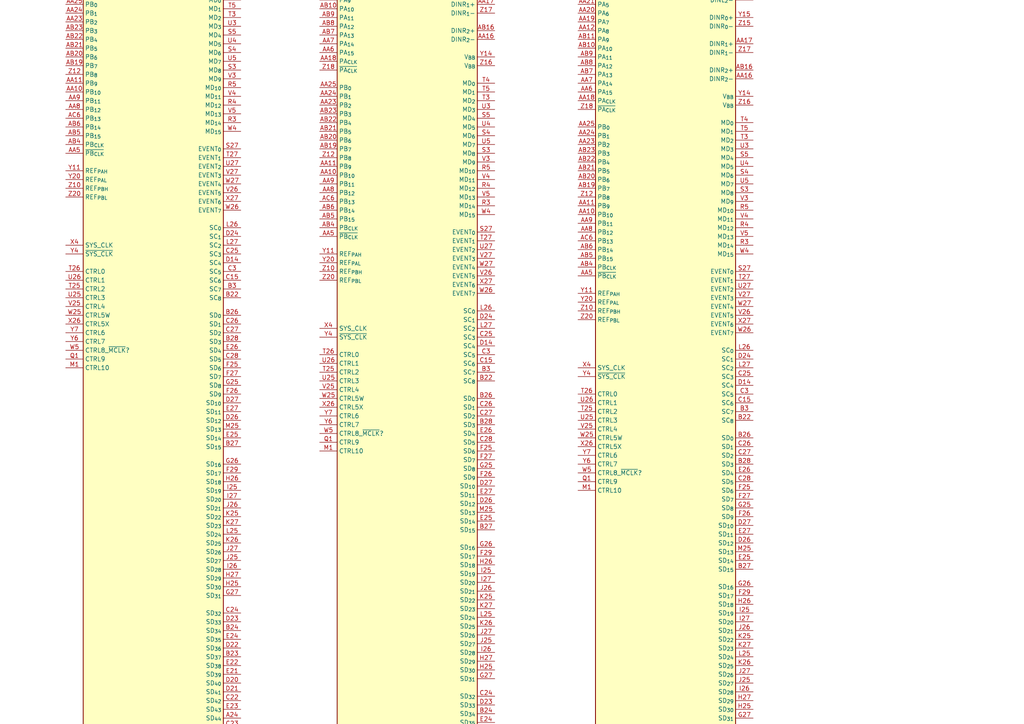
<source format=kicad_sch>
(kicad_sch (version 20250114) (generator "eeschema") (generator_version "9.0")
  (paper "A4")
  (lib_symbols
    (symbol "16717a:HP1821-3936"
      (property "Reference" "U" (at -0.254 217.678 0))
      (property "Value" "1821-3936" (at 0 135.382 0))
      (symbol "HP1821-3936_1_1"
        (rectangle (start -20.32 215.9) (end 20.32 -426.72) (stroke (width 0.254)) (fill (type background)))
        (pin no_connect line (at -109.22 -281.94 0) (length 5.08) (hide yes) (name "") (number "AC17"))
        (pin no_connect line (at -109.22 -284.48 0) (length 5.08) (hide yes) (name "") (number "AB15"))
        (pin no_connect line (at -109.22 -287.02 0) (length 5.08) (hide yes) (name "") (number "AC13"))
        (pin no_connect line (at -109.22 -289.56 0) (length 5.08) (hide yes) (name "") (number "C21"))
        (pin no_connect line (at -109.22 -292.1 0) (length 5.08) (hide yes) (name "") (number "Q5"))
        (pin no_connect line (at -109.22 -294.64 0) (length 5.08) (hide yes) (name "") (number "P5"))
        (pin no_connect line (at -109.22 -297.18 0) (length 5.08) (hide yes) (name "") (number "P3"))
        (pin no_connect line (at -109.22 -299.72 0) (length 5.08) (hide yes) (name "") (number "O3"))
        (pin no_connect line (at -109.22 -302.26 0) (length 5.08) (hide yes) (name "") (number "N3"))
        (pin no_connect line (at -90.17 -279.4 0) (length 5.08) (hide yes) (name "") (number "AB18"))
        (pin no_connect line (at -90.17 -281.94 0) (length 5.08) (hide yes) (name "") (number "AB17"))
        (pin no_connect line (at -90.17 -284.48 0) (length 5.08) (hide yes) (name "") (number "AB13"))
        (pin no_connect line (at -90.17 -287.02 0) (length 5.08) (hide yes) (name "") (number "AB12"))
        (pin no_connect line (at -90.17 -289.56 0) (length 5.08) (hide yes) (name "") (number "X1"))
        (pin no_connect line (at -90.17 -292.1 0) (length 5.08) (hide yes) (name "") (number "W3"))
        (pin no_connect line (at -90.17 -294.64 0) (length 5.08) (hide yes) (name "") (number "X3"))
        (pin no_connect line (at -90.17 -297.18 0) (length 5.08) (hide yes) (name "") (number "Y3"))
        (pin no_connect line (at -90.17 -299.72 0) (length 5.08) (hide yes) (name "") (number "Z3"))
        (pin no_connect line (at -90.17 -302.26 0) (length 5.08) (hide yes) (name "") (number "AA3"))
        (pin no_connect line (at -69.85 -256.54 0) (length 5.08) (hide yes) (name "") (number "Y23"))
        (pin no_connect line (at -69.85 -261.62 0) (length 5.08) (hide yes) (name "") (number "Z21"))
        (pin no_connect line (at -69.85 -264.16 0) (length 5.08) (hide yes) (name "") (number "Y21"))
        (pin no_connect line (at -69.85 -266.7 0) (length 5.08) (hide yes) (name "") (number "Y19"))
        (pin no_connect line (at -69.85 -269.24 0) (length 5.08) (hide yes) (name "") (number "Z19"))
        (pin no_connect line (at -69.85 -271.78 0) (length 5.08) (hide yes) (name "") (number "Y13"))
        (pin no_connect line (at -69.85 -274.32 0) (length 5.08) (hide yes) (name "") (number "Y12"))
        (pin no_connect line (at -69.85 -276.86 0) (length 5.08) (hide yes) (name "") (number "Z11"))
        (pin no_connect line (at -69.85 -279.4 0) (length 5.08) (hide yes) (name "") (number "Y10"))
        (pin no_connect line (at -69.85 -281.94 0) (length 5.08) (hide yes) (name "") (number "Z9"))
        (pin no_connect line (at -69.85 -284.48 0) (length 5.08) (hide yes) (name "") (number "Y9"))
        (pin no_connect line (at -69.85 -287.02 0) (length 5.08) (hide yes) (name "") (number "Y8"))
        (pin no_connect line (at -69.85 -289.56 0) (length 5.08) (hide yes) (name "") (number "Z8"))
        (pin no_connect line (at -69.85 -292.1 0) (length 5.08) (hide yes) (name "") (number "Z7"))
        (pin no_connect line (at -69.85 -294.64 0) (length 5.08) (hide yes) (name "") (number "Z6"))
        (pin no_connect line (at -69.85 -297.18 0) (length 5.08) (hide yes) (name "") (number "Z5"))
        (pin no_connect line (at -69.85 -299.72 0) (length 5.08) (hide yes) (name "") (number "Z4"))
        (pin no_connect line (at -69.85 -302.26 0) (length 5.08) (hide yes) (name "") (number "AA4"))
        (pin no_connect line (at -52.07 -269.24 0) (length 5.08) (hide yes) (name "") (number "Y18"))
        (pin no_connect line (at -52.07 -271.78 0) (length 5.08) (hide yes) (name "") (number "Y17"))
        (pin no_connect line (at -52.07 -274.32 0) (length 5.08) (hide yes) (name "") (number "Y16"))
        (pin no_connect line (at -52.07 -276.86 0) (length 5.08) (hide yes) (name "") (number "Y22"))
        (pin passive line (at -25.4 213.36 0) (length 5.08) (name "BA_{0}") (number "D2"))
        (pin passive line (at -25.4 210.82 0) (length 5.08) (name "BA_{1}") (number "E2"))
        (pin passive line (at -25.4 208.28 0) (length 5.08) (name "BA_{2}") (number "F2"))
        (pin passive line (at -25.4 205.74 0) (length 5.08) (name "BA_{3}") (number "G2"))
        (pin passive line (at -25.4 203.2 0) (length 5.08) (name "BA_{4}") (number "H2"))
        (pin passive line (at -25.4 200.66 0) (length 5.08) (name "BA_{5}") (number "I2"))
        (pin passive line (at -25.4 198.12 0) (length 5.08) (name "BA_{6}") (number "J2"))
        (pin passive line (at -25.4 195.58 0) (length 5.08) (name "BA_{7}") (number "K2"))
        (pin passive line (at -25.4 193.04 0) (length 5.08) (name "BA_{8}") (number "L2"))
        (pin passive line (at -25.4 190.5 0) (length 5.08) (name "BA_{9}") (number "M2"))
        (pin passive line (at -25.4 187.96 0) (length 5.08) (name "BA_{10}") (number "N2"))
        (pin passive line (at -25.4 185.42 0) (length 5.08) (name "BA_{11}") (number "O2"))
        (pin passive line (at -25.4 182.88 0) (length 5.08) (name "BA_{12}") (number "P2"))
        (pin passive line (at -25.4 180.34 0) (length 5.08) (name "BA_{13}") (number "Q2"))
        (pin passive line (at -25.4 177.8 0) (length 5.08) (name "BA_{14}") (number "R2"))
        (pin passive line (at -25.4 175.26 0) (length 5.08) (name "BA_{15}") (number "S2"))
        (pin passive line (at -25.4 172.72 0) (length 5.08) (name "BA_{16}") (number "T2"))
        (pin passive line (at -25.4 170.18 0) (length 5.08) (name "BA_{17}") (number "U2"))
        (pin passive line (at -25.4 167.64 0) (length 5.08) (name "BA_{18}") (number "V2"))
        (pin passive line (at -25.4 165.1 0) (length 5.08) (name "BA_{19}") (number "W2"))
        (pin passive line (at -25.4 162.56 0) (length 5.08) (name "BA_{20}") (number "X2"))
        (pin passive line (at -25.4 160.02 0) (length 5.08) (name "BA_{21}") (number "Y2"))
        (pin passive line (at -25.4 157.48 0) (length 5.08) (name "BA_{22}") (number "Z2"))
        (pin passive line (at -25.4 154.94 0) (length 5.08) (name "BA_{23}") (number "AA2"))
        (pin input line (at -25.4 151.13 0) (length 5.08) (name "BA_{VREF}") (number "N5"))
        (pin passive line (at -25.4 148.59 0) (length 5.08) (name "BB_{VREF}") (number "N25"))
        (pin input line (at -25.4 146.05 0) (length 5.08) (name "???") (number "P4"))
        (pin input line (at -25.4 143.51 0) (length 5.08) (name "???") (number "P26"))
        (pin input line (at -25.4 139.7 0) (length 5.08) (name "~{RESET}?") (number "Y5"))
        (pin passive line (at -25.4 137.16 0) (length 5.08) (name "GND?") (number "X5"))
        (pin output line (at -25.4 132.08 0) (length 5.08) (name "???") (number "AA27"))
        (pin passive line (at -25.4 129.54 0) (length 5.08) (name "???") (number "AA26"))
        (pin passive line (at -25.4 127 0) (length 5.08) (name "???") (number "AB27"))
        (pin passive line (at -25.4 113.03 0) (length 5.08) (name "???") (number "Y25"))
        (pin output line (at -25.4 102.87 0) (length 5.08) (name "ZOOM_TRIGGER") (number "X25"))
        (pin input line (at -25.4 97.79 0) (length 5.08) (name "PA_{0}") (number "AB26"))
        (pin input line (at -25.4 95.25 0) (length 5.08) (name "PA_{1}") (number "AB25"))
        (pin input line (at -25.4 92.71 0) (length 5.08) (name "PA_{2}") (number "AB24"))
        (pin input line (at -25.4 90.17 0) (length 5.08) (name "PA_{3}") (number "AC24"))
        (pin input line (at -25.4 87.63 0) (length 5.08) (name "PA_{4}") (number "AA22"))
        (pin input line (at -25.4 85.09 0) (length 5.08) (name "PA_{5}") (number "AA21"))
        (pin input line (at -25.4 82.55 0) (length 5.08) (name "PA_{6}") (number "AA20"))
        (pin input line (at -25.4 80.01 0) (length 5.08) (name "PA_{7}") (number "AA19"))
        (pin input line (at -25.4 77.47 0) (length 5.08) (name "PA_{8}") (number "AA12"))
        (pin input line (at -25.4 74.93 0) (length 5.08) (name "PA_{9}") (number "AB11"))
        (pin input line (at -25.4 72.39 0) (length 5.08) (name "PA_{10}") (number "AB10"))
        (pin input line (at -25.4 69.85 0) (length 5.08) (name "PA_{11}") (number "AB9"))
        (pin input line (at -25.4 67.31 0) (length 5.08) (name "PA_{12}") (number "AB8"))
        (pin input line (at -25.4 64.77 0) (length 5.08) (name "PA_{13}") (number "AB7"))
        (pin input line (at -25.4 62.23 0) (length 5.08) (name "PA_{14}") (number "AA7"))
        (pin input line (at -25.4 59.69 0) (length 5.08) (name "PA_{15}") (number "AA6"))
        (pin input line (at -25.4 57.15 0) (length 5.08) (name "PA_{CLK}") (number "AA18"))
        (pin input line (at -25.4 54.61 0) (length 5.08) (name "~{PA_{CLK}}") (number "Z18"))
        (pin input line (at -25.4 49.53 0) (length 5.08) (name "PB_{0}") (number "AA25"))
        (pin input line (at -25.4 46.99 0) (length 5.08) (name "PB_{1}") (number "AA24"))
        (pin input line (at -25.4 44.45 0) (length 5.08) (name "PB_{2}") (number "AA23"))
        (pin input line (at -25.4 41.91 0) (length 5.08) (name "PB_{3}") (number "AB23"))
        (pin input line (at -25.4 39.37 0) (length 5.08) (name "PB_{4}") (number "AB22"))
        (pin input line (at -25.4 36.83 0) (length 5.08) (name "PB_{5}") (number "AB21"))
        (pin input line (at -25.4 34.29 0) (length 5.08) (name "PB_{6}") (number "AB20"))
        (pin input line (at -25.4 31.75 0) (length 5.08) (name "PB_{7}") (number "AB19"))
        (pin input line (at -25.4 29.21 0) (length 5.08) (name "PB_{8}") (number "Z12"))
        (pin input line (at -25.4 26.67 0) (length 5.08) (name "PB_{9}") (number "AA11"))
        (pin input line (at -25.4 24.13 0) (length 5.08) (name "PB_{10}") (number "AA10"))
        (pin input line (at -25.4 21.59 0) (length 5.08) (name "PB_{11}") (number "AA9"))
        (pin input line (at -25.4 19.05 0) (length 5.08) (name "PB_{12}") (number "AA8"))
        (pin input line (at -25.4 16.51 0) (length 5.08) (name "PB_{13}") (number "AC6"))
        (pin input line (at -25.4 13.97 0) (length 5.08) (name "PB_{14}") (number "AB6"))
        (pin input line (at -25.4 11.43 0) (length 5.08) (name "PB_{15}") (number "AB5"))
        (pin input line (at -25.4 8.89 0) (length 5.08) (name "PB_{CLK}") (number "AB4"))
        (pin input line (at -25.4 6.35 0) (length 5.08) (name "~{PB_{CLK}}") (number "AA5"))
        (pin passive line (at -25.4 1.27 0) (length 5.08) (name "REF_{PAH}") (number "Y11"))
        (pin passive line (at -25.4 -1.27 0) (length 5.08) (name "REF_{PAL}") (number "Y20"))
        (pin passive line (at -25.4 -3.81 0) (length 5.08) (name "REF_{PBH}") (number "Z10"))
        (pin passive line (at -25.4 -6.35 0) (length 5.08) (name "REF_{PBL}") (number "Z20"))
        (pin input line (at -25.4 -20.32 0) (length 5.08) (name "SYS_CLK") (number "X4"))
        (pin input line (at -25.4 -22.86 0) (length 5.08) (name "~{SYS_CLK}") (number "Y4"))
        (pin passive line (at -25.4 -27.94 0) (length 5.08) (name "CTRL0") (number "T26"))
        (pin passive line (at -25.4 -30.48 0) (length 5.08) (name "CTRL1") (number "U26"))
        (pin passive line (at -25.4 -33.02 0) (length 5.08) (name "CTRL2") (number "T25"))
        (pin passive line (at -25.4 -35.56 0) (length 5.08) (name "CTRL3") (number "U25"))
        (pin passive line (at -25.4 -38.1 0) (length 5.08) (name "CTRL4") (number "V25"))
        (pin passive line (at -25.4 -40.64 0) (length 5.08) (name "CTRL5W") (number "W25"))
        (pin passive line (at -25.4 -43.18 0) (length 5.08) (name "CTRL5X") (number "X26"))
        (pin passive line (at -25.4 -45.72 0) (length 5.08) (name "CTRL6") (number "Y7"))
        (pin passive line (at -25.4 -48.26 0) (length 5.08) (name "CTRL7") (number "Y6"))
        (pin passive line (at -25.4 -50.8 0) (length 5.08) (name "CTRL8_~{MCLK}?") (number "W5"))
        (pin passive line (at -25.4 -53.34 0) (length 5.08) (name "CTRL9") (number "Q1"))
        (pin passive line (at -25.4 -55.88 0) (length 5.08) (name "CTRL10") (number "M1"))
        (pin power_in line (at -25.4 -60.96 0) (length 5.08) (hide yes) (name "+3.3V") (number "A3"))
        (pin power_in line (at -25.4 -63.5 0) (length 5.08) (hide yes) (name "+3.3V") (number "A5"))
        (pin power_in line (at -25.4 -66.04 0) (length 5.08) (hide yes) (name "+3.3V") (number "A10"))
        (pin power_in line (at -25.4 -68.58 0) (length 5.08) (hide yes) (name "+3.3V") (number "A11"))
        (pin power_in line (at -25.4 -71.12 0) (length 5.08) (hide yes) (name "+3.3V") (number "A14"))
        (pin power_in line (at -25.4 -73.66 0) (length 5.08) (hide yes) (name "+3.3V") (number "A16"))
        (pin power_in line (at -25.4 -76.2 0) (length 5.08) (hide yes) (name "+3.3V") (number "A19"))
        (pin power_in line (at -25.4 -78.74 0) (length 5.08) (hide yes) (name "+3.3V") (number "A20"))
        (pin power_in line (at -25.4 -81.28 0) (length 5.08) (hide yes) (name "+3.3V") (number "A27"))
        (pin power_in line (at -25.4 -83.82 0) (length 5.08) (hide yes) (name "+3.3V") (number "A29"))
        (pin power_in line (at -25.4 -86.36 0) (length 5.08) (hide yes) (name "+3.3V") (number "C29"))
        (pin power_in line (at -25.4 -88.9 0) (length 5.08) (hide yes) (name "+3.3V") (number "J29"))
        (pin power_in line (at -25.4 -91.44 0) (length 5.08) (hide yes) (name "+3.3V") (number "K29"))
        (pin power_in line (at -25.4 -93.98 0) (length 5.08) (hide yes) (name "+3.3V") (number "N29"))
        (pin power_in line (at -25.4 -96.52 0) (length 5.08) (hide yes) (name "+3.3V") (number "R29"))
        (pin power_in line (at -25.4 -99.06 0) (length 5.08) (hide yes) (name "+3.3V") (number "S29"))
        (pin power_in line (at -25.4 -101.6 0) (length 5.08) (hide yes) (name "+3.3V") (number "T29"))
        (pin power_in line (at -25.4 -104.14 0) (length 5.08) (hide yes) (name "+3.3V") (number "W29"))
        (pin power_in line (at -25.4 -106.68 0) (length 5.08) (hide yes) (name "+3.3V") (number "AB29"))
        (pin power_in line (at -25.4 -109.22 0) (length 5.08) (hide yes) (name "+3.3V") (number "AC29"))
        (pin power_in line (at -25.4 -111.76 0) (length 5.08) (hide yes) (name "+3.3V") (number "AC27"))
        (pin power_in line (at -25.4 -114.3 0) (length 5.08) (hide yes) (name "+3.3V") (number "AC20"))
        (pin power_in line (at -25.4 -116.84 0) (length 5.08) (hide yes) (name "+3.3V") (number "AC19"))
        (pin power_in line (at -25.4 -119.38 0) (length 5.08) (hide yes) (name "+3.3V") (number "AC16"))
        (pin power_in line (at -25.4 -121.92 0) (length 5.08) (hide yes) (name "+3.3V") (number "AC14"))
        (pin power_in line (at -25.4 -124.46 0) (length 5.08) (hide yes) (name "+3.3V") (number "AC11"))
        (pin power_in line (at -25.4 -127 0) (length 5.08) (hide yes) (name "+3.3V") (number "AC10"))
        (pin power_in line (at -25.4 -129.54 0) (length 5.08) (hide yes) (name "+3.3V") (number "AC5"))
        (pin power_in line (at -25.4 -132.08 0) (length 5.08) (hide yes) (name "+3.3V") (number "AC3"))
        (pin power_in line (at -25.4 -134.62 0) (length 5.08) (hide yes) (name "+3.3V") (number "AB3"))
        (pin power_in line (at -25.4 -137.16 0) (length 5.08) (hide yes) (name "+3.3V") (number "AC1"))
        (pin power_in line (at -25.4 -139.7 0) (length 5.08) (hide yes) (name "+3.3V") (number "AA1"))
        (pin power_in line (at -25.4 -142.24 0) (length 5.08) (hide yes) (name "+3.3V") (number "T1"))
        (pin power_in line (at -25.4 -144.78 0) (length 5.08) (hide yes) (name "+3.3V") (number "S1"))
        (pin power_in line (at -25.4 -147.32 0) (length 5.08) (hide yes) (name "+3.3V") (number "P1"))
        (pin power_in line (at -25.4 -149.86 0) (length 5.08) (hide yes) (name "+3.3V") (number "N1"))
        (pin power_in line (at -25.4 -152.4 0) (length 5.08) (hide yes) (name "+3.3V") (number "K1"))
        (pin power_in line (at -25.4 -154.94 0) (length 5.08) (hide yes) (name "+3.3V") (number "J1"))
        (pin power_in line (at -25.4 -157.48 0) (length 5.08) (hide yes) (name "+3.3V") (number "C1"))
        (pin power_in line (at -25.4 -160.02 0) (length 5.08) (hide yes) (name "+3.3V") (number "B2"))
        (pin power_in line (at -25.4 -165.1 0) (length 5.08) (hide yes) (name "GND") (number "A2"))
        (pin power_in line (at -25.4 -167.64 0) (length 5.08) (hide yes) (name "GND") (number "A4"))
        (pin power_in line (at -25.4 -170.18 0) (length 5.08) (hide yes) (name "GND") (number "A7"))
        (pin power_in line (at -25.4 -172.72 0) (length 5.08) (hide yes) (name "GND") (number "A8"))
        (pin power_in line (at -25.4 -175.26 0) (length 5.08) (hide yes) (name "GND") (number "A9"))
        (pin power_in line (at -25.4 -177.8 0) (length 5.08) (hide yes) (name "GND") (number "A12"))
        (pin power_in line (at -25.4 -180.34 0) (length 5.08) (hide yes) (name "GND") (number "A15"))
        (pin power_in line (at -25.4 -182.88 0) (length 5.08) (hide yes) (name "GND") (number "A18"))
        (pin power_in line (at -25.4 -185.42 0) (length 5.08) (hide yes) (name "GND") (number "A21"))
        (pin power_in line (at -25.4 -187.96 0) (length 5.08) (hide yes) (name "GND") (number "A22"))
        (pin power_in line (at -25.4 -190.5 0) (length 5.08) (hide yes) (name "GND") (number "A23"))
        (pin power_in line (at -25.4 -193.04 0) (length 5.08) (hide yes) (name "GND") (number "A25"))
        (pin power_in line (at -25.4 -195.58 0) (length 5.08) (hide yes) (name "GND") (number "A26"))
        (pin power_in line (at -25.4 -198.12 0) (length 5.08) (hide yes) (name "GND") (number "A28"))
        (pin power_in line (at -25.4 -200.66 0) (length 5.08) (hide yes) (name "GND") (number "B29"))
        (pin power_in line (at -25.4 -203.2 0) (length 5.08) (hide yes) (name "GND") (number "D29"))
        (pin power_in line (at -25.4 -205.74 0) (length 5.08) (hide yes) (name "GND") (number "E29"))
        (pin power_in line (at -25.4 -208.28 0) (length 5.08) (hide yes) (name "GND") (number "G29"))
        (pin power_in line (at -25.4 -210.82 0) (length 5.08) (hide yes) (name "GND") (number "H29"))
        (pin power_in line (at -25.4 -213.36 0) (length 5.08) (hide yes) (name "GND") (number "I29"))
        (pin power_in line (at -25.4 -215.9 0) (length 5.08) (hide yes) (name "GND") (number "L29"))
        (pin power_in line (at -25.4 -218.44 0) (length 5.08) (hide yes) (name "GND") (number "O29"))
        (pin power_in line (at -25.4 -220.98 0) (length 5.08) (hide yes) (name "GND") (number "P29"))
        (pin power_in line (at -25.4 -223.52 0) (length 5.08) (hide yes) (name "GND") (number "U29"))
        (pin power_in line (at -25.4 -226.06 0) (length 5.08) (hide yes) (name "GND") (number "V29"))
        (pin power_in line (at -25.4 -228.6 0) (length 5.08) (hide yes) (name "GND") (number "Y29"))
        (pin power_in line (at -25.4 -231.14 0) (length 5.08) (hide yes) (name "GND") (number "Z29"))
        (pin power_in line (at -25.4 -233.68 0) (length 5.08) (hide yes) (name "GND") (number "AA29"))
        (pin power_in line (at -25.4 -236.22 0) (length 5.08) (hide yes) (name "GND") (number "AB28"))
        (pin power_in line (at -25.4 -238.76 0) (length 5.08) (hide yes) (name "GND") (number "AC28"))
        (pin power_in line (at -25.4 -241.3 0) (length 5.08) (hide yes) (name "GND") (number "AC26"))
        (pin power_in line (at -25.4 -243.84 0) (length 5.08) (hide yes) (name "GND") (number "AC25"))
        (pin power_in line (at -25.4 -246.38 0) (length 5.08) (hide yes) (name "GND") (number "AC23"))
        (pin power_in line (at -25.4 -248.92 0) (length 5.08) (hide yes) (name "GND") (number "AC22"))
        (pin power_in line (at -25.4 -251.46 0) (length 5.08) (hide yes) (name "GND") (number "AC21"))
        (pin power_in line (at -25.4 -254 0) (length 5.08) (hide yes) (name "GND") (number "AC18"))
        (pin power_in line (at -25.4 -256.54 0) (length 5.08) (hide yes) (name "GND") (number "AC15"))
        (pin power_in line (at -25.4 -259.08 0) (length 5.08) (hide yes) (name "GND") (number "AC12"))
        (pin power_in line (at -25.4 -261.62 0) (length 5.08) (hide yes) (name "GND") (number "AC9"))
        (pin power_in line (at -25.4 -264.16 0) (length 5.08) (hide yes) (name "GND") (number "AC8"))
        (pin power_in line (at -25.4 -266.7 0) (length 5.08) (hide yes) (name "GND") (number "AC7"))
        (pin power_in line (at -25.4 -269.24 0) (length 5.08) (hide yes) (name "GND") (number "AC4"))
        (pin power_in line (at -25.4 -271.78 0) (length 5.08) (hide yes) (name "GND") (number "AC2"))
        (pin power_in line (at -25.4 -274.32 0) (length 5.08) (hide yes) (name "GND") (number "AB2"))
        (pin power_in line (at -25.4 -276.86 0) (length 5.08) (hide yes) (name "GND") (number "AB1"))
        (pin power_in line (at -25.4 -279.4 0) (length 5.08) (hide yes) (name "GND") (number "Z1"))
        (pin power_in line (at -25.4 -281.94 0) (length 5.08) (hide yes) (name "GND") (number "Y1"))
        (pin power_in line (at -25.4 -284.48 0) (length 5.08) (hide yes) (name "GND") (number "W1"))
        (pin power_in line (at -25.4 -287.02 0) (length 5.08) (hide yes) (name "GND") (number "V1"))
        (pin power_in line (at -25.4 -289.56 0) (length 5.08) (hide yes) (name "GND") (number "U1"))
        (pin power_in line (at -25.4 -292.1 0) (length 5.08) (hide yes) (name "GND") (number "R1"))
        (pin power_in line (at -25.4 -294.64 0) (length 5.08) (hide yes) (name "GND") (number "O1"))
        (pin power_in line (at -25.4 -297.18 0) (length 5.08) (hide yes) (name "GND") (number "L1"))
        (pin power_in line (at -25.4 -299.72 0) (length 5.08) (hide yes) (name "GND") (number "I1"))
        (pin power_in line (at -25.4 -302.26 0) (length 5.08) (hide yes) (name "GND") (number "H1"))
        (pin power_in line (at -25.4 -304.8 0) (length 5.08) (hide yes) (name "GND") (number "G1"))
        (pin power_in line (at -25.4 -307.34 0) (length 5.08) (hide yes) (name "GND") (number "E1"))
        (pin power_in line (at -25.4 -309.88 0) (length 5.08) (hide yes) (name "GND") (number "D1"))
        (pin power_in line (at -25.4 -312.42 0) (length 5.08) (hide yes) (name "GND") (number "B1"))
        (pin no_connect line (at -25.4 -317.5 0) (length 5.08) (hide yes) (name "") (number "M29"))
        (pin no_connect line (at -25.4 -320.04 0) (length 5.08) (hide yes) (name "") (number "N26"))
        (pin no_connect line (at -25.4 -322.58 0) (length 5.08) (hide yes) (name "") (number "N27"))
        (pin no_connect line (at -25.4 -325.12 0) (length 5.08) (hide yes) (name "") (number "O27"))
        (pin no_connect line (at -25.4 -327.66 0) (length 5.08) (hide yes) (name "") (number "P25"))
        (pin no_connect line (at -25.4 -330.2 0) (length 5.08) (hide yes) (name "") (number "P27"))
        (pin no_connect line (at -25.4 -332.74 0) (length 5.08) (hide yes) (name "") (number "Q25"))
        (pin no_connect line (at -25.4 -335.28 0) (length 5.08) (hide yes) (name "") (number "Q29"))
        (pin no_connect line (at -25.4 -337.82 0) (length 5.08) (hide yes) (name "") (number "R25"))
        (pin no_connect line (at -25.4 -340.36 0) (length 5.08) (hide yes) (name "") (number "R26"))
        (pin no_connect line (at -25.4 -342.9 0) (length 5.08) (hide yes) (name "") (number "R27"))
        (pin no_connect line (at -25.4 -345.44 0) (length 5.08) (hide yes) (name "") (number "S25"))
        (pin no_connect line (at -25.4 -347.98 0) (length 5.08) (hide yes) (name "") (number "S26"))
        (pin no_connect line (at -25.4 -350.52 0) (length 5.08) (hide yes) (name "") (number "X29"))
        (pin no_connect line (at -25.4 -353.06 0) (length 5.08) (hide yes) (name "") (number "Y24"))
        (pin no_connect line (at -25.4 -355.6 0) (length 5.08) (hide yes) (name "") (number "Y26"))
        (pin no_connect line (at -25.4 -358.14 0) (length 5.08) (hide yes) (name "") (number "Y27"))
        (pin no_connect line (at -25.4 -360.68 0) (length 5.08) (hide yes) (name "") (number "Z22"))
        (pin no_connect line (at -25.4 -363.22 0) (length 5.08) (hide yes) (name "") (number "Z23"))
        (pin no_connect line (at -25.4 -365.76 0) (length 5.08) (hide yes) (name "") (number "Z24"))
        (pin no_connect line (at -25.4 -368.3 0) (length 5.08) (hide yes) (name "") (number "Z25"))
        (pin no_connect line (at -25.4 -370.84 0) (length 5.08) (hide yes) (name "") (number "Z26"))
        (pin no_connect line (at -25.4 -373.38 0) (length 5.08) (hide yes) (name "") (number "Z27"))
        (pin passive line (at 25.4 213.36 180) (length 5.08) (name "BB_{0}") (number "D28"))
        (pin passive line (at 25.4 210.82 180) (length 5.08) (name "BB_{1}") (number "E28"))
        (pin passive line (at 25.4 208.28 180) (length 5.08) (name "BB_{2}") (number "F28"))
        (pin passive line (at 25.4 205.74 180) (length 5.08) (name "BB_{3}") (number "G28"))
        (pin passive line (at 25.4 203.2 180) (length 5.08) (name "BB_{4}") (number "H28"))
        (pin passive line (at 25.4 200.66 180) (length 5.08) (name "BB_{5}") (number "I28"))
        (pin passive line (at 25.4 198.12 180) (length 5.08) (name "BB_{6}") (number "J28"))
        (pin passive line (at 25.4 195.58 180) (length 5.08) (name "BB_{7}") (number "K28"))
        (pin passive line (at 25.4 193.04 180) (length 5.08) (name "BB_{8}") (number "L28"))
        (pin passive line (at 25.4 190.5 180) (length 5.08) (name "BB_{9}") (number "M28"))
        (pin passive line (at 25.4 187.96 180) (length 5.08) (name "BB_{10}") (number "N28"))
        (pin passive line (at 25.4 185.42 180) (length 5.08) (name "BB_{11}") (number "O28"))
        (pin passive line (at 25.4 182.88 180) (length 5.08) (name "BB_{12}") (number "P28"))
        (pin passive line (at 25.4 180.34 180) (length 5.08) (name "BB_{13}") (number "Q28"))
        (pin passive line (at 25.4 177.8 180) (length 5.08) (name "BB_{14}") (number "R28"))
        (pin passive line (at 25.4 175.26 180) (length 5.08) (name "BB_{15}") (number "S28"))
        (pin passive line (at 25.4 172.72 180) (length 5.08) (name "BB_{16}") (number "T28"))
        (pin passive line (at 25.4 170.18 180) (length 5.08) (name "BB_{17}") (number "U28"))
        (pin passive line (at 25.4 167.64 180) (length 5.08) (name "BB_{18}") (number "V28"))
        (pin passive line (at 25.4 165.1 180) (length 5.08) (name "BB_{19}") (number "W28"))
        (pin passive line (at 25.4 162.56 180) (length 5.08) (name "BB_{20}") (number "X28"))
        (pin passive line (at 25.4 160.02 180) (length 5.08) (name "BB_{21}") (number "Y28"))
        (pin passive line (at 25.4 157.48 180) (length 5.08) (name "BB_{22}") (number "Z28"))
        (pin passive line (at 25.4 154.94 180) (length 5.08) (name "BB_{23}") (number "AA28"))
        (pin open_emitter line (at 25.4 149.86 180) (length 5.08) (name "DOUTL_{0}+") (number "M3"))
        (pin open_emitter line (at 25.4 147.32 180) (length 5.08) (name "DOUTL_{0}-") (number "M4"))
        (pin open_emitter line (at 25.4 142.24 180) (length 5.08) (name "DOUTL_{1}+") (number "O5"))
        (pin open_emitter line (at 25.4 139.7 180) (length 5.08) (name "DOUTL_{1}-") (number "O4"))
        (pin open_emitter line (at 25.4 134.62 180) (length 5.08) (name "DOUTL_{2}+") (number "Q3"))
        (pin open_emitter line (at 25.4 132.08 180) (length 5.08) (name "DOUTL_{2}-") (number "Q4"))
        (pin open_emitter line (at 25.4 127 180) (length 5.08) (name "DOUTR_{0}+") (number "M26"))
        (pin open_emitter line (at 25.4 124.46 180) (length 5.08) (name "DOUTR_{0}-") (number "M27"))
        (pin open_emitter line (at 25.4 119.38 180) (length 5.08) (name "DOUTR_{1}+") (number "O26"))
        (pin open_emitter line (at 25.4 116.84 180) (length 5.08) (name "DOUTR_{1}-") (number "O25"))
        (pin open_emitter line (at 25.4 111.76 180) (length 5.08) (name "DOUTR_{2}+") (number "Q26"))
        (pin open_emitter line (at 25.4 109.22 180) (length 5.08) (name "DOUTR_{2}-") (number "Q27"))
        (pin open_emitter line (at 25.4 104.14 180) (length 5.08) (name "DINL_{0}+") (number "AA15"))
        (pin open_emitter line (at 25.4 101.6 180) (length 5.08) (name "DINL_{0}-") (number "Z14"))
        (pin open_emitter line (at 25.4 96.52 180) (length 5.08) (name "DINL_{1}+") (number "Z13"))
        (pin open_emitter line (at 25.4 93.98 180) (length 5.08) (name "DINL_{1}-") (number "AA13"))
        (pin open_emitter line (at 25.4 88.9 180) (length 5.08) (name "DINL_{2}+") (number "AA14"))
        (pin open_emitter line (at 25.4 86.36 180) (length 5.08) (name "DINL_{2}-") (number "AB14"))
        (pin open_emitter line (at 25.4 81.28 180) (length 5.08) (name "DINR_{0}+") (number "Y15"))
        (pin open_emitter line (at 25.4 78.74 180) (length 5.08) (name "DINR_{0}-") (number "Z15"))
        (pin open_emitter line (at 25.4 73.66 180) (length 5.08) (name "DINR_{1}+") (number "AA17"))
        (pin open_emitter line (at 25.4 71.12 180) (length 5.08) (name "DINR_{1}-") (number "Z17"))
        (pin open_emitter line (at 25.4 66.04 180) (length 5.08) (name "DINR_{2}+") (number "AB16"))
        (pin open_emitter line (at 25.4 63.5 180) (length 5.08) (name "DINR_{2}-") (number "AA16"))
        (pin power_in line (at 25.4 58.42 180) (length 5.08) (name "V_{BB}") (number "Y14"))
        (pin power_in line (at 25.4 55.88 180) (length 5.08) (name "V_{BB}") (number "Z16"))
        (pin bidirectional line (at 25.4 50.8 180) (length 5.08) (name "MD_{0}") (number "T4"))
        (pin bidirectional line (at 25.4 48.26 180) (length 5.08) (name "MD_{1}") (number "T5"))
        (pin bidirectional line (at 25.4 45.72 180) (length 5.08) (name "MD_{2}") (number "T3"))
        (pin bidirectional line (at 25.4 43.18 180) (length 5.08) (name "MD_{3}") (number "U3"))
        (pin bidirectional line (at 25.4 40.64 180) (length 5.08) (name "MD_{4}") (number "S5"))
        (pin bidirectional line (at 25.4 38.1 180) (length 5.08) (name "MD_{5}") (number "U4"))
        (pin bidirectional line (at 25.4 35.56 180) (length 5.08) (name "MD_{6}") (number "S4"))
        (pin bidirectional line (at 25.4 33.02 180) (length 5.08) (name "MD_{7}") (number "U5"))
        (pin bidirectional line (at 25.4 30.48 180) (length 5.08) (name "MD_{8}") (number "S3"))
        (pin bidirectional line (at 25.4 27.94 180) (length 5.08) (name "MD_{9}") (number "V3"))
        (pin bidirectional line (at 25.4 25.4 180) (length 5.08) (name "MD_{10}") (number "R5"))
        (pin bidirectional line (at 25.4 22.86 180) (length 5.08) (name "MD_{11}") (number "V4"))
        (pin bidirectional line (at 25.4 20.32 180) (length 5.08) (name "MD_{12}") (number "R4"))
        (pin bidirectional line (at 25.4 17.78 180) (length 5.08) (name "MD_{13}") (number "V5"))
        (pin bidirectional line (at 25.4 15.24 180) (length 5.08) (name "MD_{14}") (number "R3"))
        (pin bidirectional line (at 25.4 12.7 180) (length 5.08) (name "MD_{15}") (number "W4"))
        (pin input line (at 25.4 7.62 180) (length 5.08) (name "EVENT_{0}") (number "S27"))
        (pin input line (at 25.4 5.08 180) (length 5.08) (name "EVENT_{1}") (number "T27"))
        (pin input line (at 25.4 2.54 180) (length 5.08) (name "EVENT_{2}") (number "U27"))
        (pin input line (at 25.4 0 180) (length 5.08) (name "EVENT_{3}") (number "V27"))
        (pin input line (at 25.4 -2.54 180) (length 5.08) (name "EVENT_{4}") (number "W27"))
        (pin input line (at 25.4 -5.08 180) (length 5.08) (name "EVENT_{5}") (number "V26"))
        (pin input line (at 25.4 -7.62 180) (length 5.08) (name "EVENT_{6}") (number "X27"))
        (pin input line (at 25.4 -10.16 180) (length 5.08) (name "EVENT_{7}") (number "W26"))
        (pin output line (at 25.4 -15.24 180) (length 5.08) (name "SC_{0}") (number "L26"))
        (pin output line (at 25.4 -17.78 180) (length 5.08) (name "SC_{1}") (number "D24"))
        (pin output line (at 25.4 -20.32 180) (length 5.08) (name "SC_{2}") (number "L27"))
        (pin output line (at 25.4 -22.86 180) (length 5.08) (name "SC_{3}") (number "C25"))
        (pin output line (at 25.4 -25.4 180) (length 5.08) (name "SC_{4}") (number "D14"))
        (pin output line (at 25.4 -27.94 180) (length 5.08) (name "SC_{5}") (number "C3"))
        (pin output line (at 25.4 -30.48 180) (length 5.08) (name "SC_{6}") (number "C15"))
        (pin output line (at 25.4 -33.02 180) (length 5.08) (name "SC_{7}") (number "B3"))
        (pin output line (at 25.4 -35.56 180) (length 5.08) (name "SC_{8}") (number "B22"))
        (pin output line (at 25.4 -40.64 180) (length 5.08) (name "SD_{0}") (number "B26"))
        (pin output line (at 25.4 -43.18 180) (length 5.08) (name "SD_{1}") (number "C26"))
        (pin output line (at 25.4 -45.72 180) (length 5.08) (name "SD_{2}") (number "C27"))
        (pin output line (at 25.4 -48.26 180) (length 5.08) (name "SD_{3}") (number "B28"))
        (pin output line (at 25.4 -50.8 180) (length 5.08) (name "SD_{4}") (number "E26"))
        (pin output line (at 25.4 -53.34 180) (length 5.08) (name "SD_{5}") (number "C28"))
        (pin output line (at 25.4 -55.88 180) (length 5.08) (name "SD_{6}") (number "F25"))
        (pin output line (at 25.4 -58.42 180) (length 5.08) (name "SD_{7}") (number "F27"))
        (pin output line (at 25.4 -60.96 180) (length 5.08) (name "SD_{8}") (number "G25"))
        (pin output line (at 25.4 -63.5 180) (length 5.08) (name "SD_{9}") (number "F26"))
        (pin output line (at 25.4 -66.04 180) (length 5.08) (name "SD_{10}") (number "D27"))
        (pin output line (at 25.4 -68.58 180) (length 5.08) (name "SD_{11}") (number "E27"))
        (pin output line (at 25.4 -71.12 180) (length 5.08) (name "SD_{12}") (number "D26"))
        (pin output line (at 25.4 -73.66 180) (length 5.08) (name "SD_{13}") (number "M25"))
        (pin output line (at 25.4 -76.2 180) (length 5.08) (name "SD_{14}") (number "E25"))
        (pin output line (at 25.4 -78.74 180) (length 5.08) (name "SD_{15}") (number "B27"))
        (pin output line (at 25.4 -83.82 180) (length 5.08) (name "SD_{16}") (number "G26"))
        (pin output line (at 25.4 -86.36 180) (length 5.08) (name "SD_{17}") (number "F29"))
        (pin output line (at 25.4 -88.9 180) (length 5.08) (name "SD_{18}") (number "H26"))
        (pin output line (at 25.4 -91.44 180) (length 5.08) (name "SD_{19}") (number "I25"))
        (pin output line (at 25.4 -93.98 180) (length 5.08) (name "SD_{20}") (number "I27"))
        (pin output line (at 25.4 -96.52 180) (length 5.08) (name "SD_{21}") (number "J26"))
        (pin output line (at 25.4 -99.06 180) (length 5.08) (name "SD_{22}") (number "K25"))
        (pin output line (at 25.4 -101.6 180) (length 5.08) (name "SD_{23}") (number "K27"))
        (pin output line (at 25.4 -104.14 180) (length 5.08) (name "SD_{24}") (number "L25"))
        (pin output line (at 25.4 -106.68 180) (length 5.08) (name "SD_{25}") (number "K26"))
        (pin output line (at 25.4 -109.22 180) (length 5.08) (name "SD_{26}") (number "J27"))
        (pin output line (at 25.4 -111.76 180) (length 5.08) (name "SD_{27}") (number "J25"))
        (pin output line (at 25.4 -114.3 180) (length 5.08) (name "SD_{28}") (number "I26"))
        (pin output line (at 25.4 -116.84 180) (length 5.08) (name "SD_{29}") (number "H27"))
        (pin output line (at 25.4 -119.38 180) (length 5.08) (name "SD_{30}") (number "H25"))
        (pin output line (at 25.4 -121.92 180) (length 5.08) (name "SD_{31}") (number "G27"))
        (pin output line (at 25.4 -127 180) (length 5.08) (name "SD_{32}") (number "C24"))
        (pin output line (at 25.4 -129.54 180) (length 5.08) (name "SD_{33}") (number "D23"))
        (pin output line (at 25.4 -132.08 180) (length 5.08) (name "SD_{34}") (number "B24"))
        (pin output line (at 25.4 -134.62 180) (length 5.08) (name "SD_{35}") (number "E24"))
        (pin output line (at 25.4 -137.16 180) (length 5.08) (name "SD_{36}") (number "D22"))
        (pin output line (at 25.4 -139.7 180) (length 5.08) (name "SD_{37}") (number "B23"))
        (pin output line (at 25.4 -142.24 180) (length 5.08) (name "SD_{38}") (number "E22"))
        (pin output line (at 25.4 -144.78 180) (length 5.08) (name "SD_{39}") (number "E21"))
        (pin output line (at 25.4 -147.32 180) (length 5.08) (name "SD_{40}") (number "D20"))
        (pin output line (at 25.4 -149.86 180) (length 5.08) (name "SD_{41}") (number "D21"))
        (pin output line (at 25.4 -152.4 180) (length 5.08) (name "SD_{42}") (number "C22"))
        (pin output line (at 25.4 -154.94 180) (length 5.08) (name "SD_{43}") (number "E23"))
        (pin output line (at 25.4 -157.48 180) (length 5.08) (name "SD_{44}") (number "A24"))
        (pin output line (at 25.4 -160.02 180) (length 5.08) (name "SD_{45}") (number "C23"))
        (pin output line (at 25.4 -162.56 180) (length 5.08) (name "SD_{46}") (number "D25"))
        (pin output line (at 25.4 -165.1 180) (length 5.08) (name "SD_{47}") (number "B25"))
        (pin output line (at 25.4 -170.18 180) (length 5.08) (name "SD_{48}") (number "E20"))
        (pin output line (at 25.4 -172.72 180) (length 5.08) (name "SD_{49}") (number "D19"))
        (pin output line (at 25.4 -175.26 180) (length 5.08) (name "SD_{50}") (number "C19"))
        (pin output line (at 25.4 -177.8 180) (length 5.08) (name "SD_{51}") (number "E18"))
        (pin output line (at 25.4 -180.34 180) (length 5.08) (name "SD_{52}") (number "D17"))
        (pin output line (at 25.4 -182.88 180) (length 5.08) (name "SD_{53}") (number "C17"))
        (pin output line (at 25.4 -185.42 180) (length 5.08) (name "SD_{54}") (number "E16"))
        (pin output line (at 25.4 -187.96 180) (length 5.08) (name "SD_{55}") (number "E15"))
        (pin output line (at 25.4 -190.5 180) (length 5.08) (name "SD_{56}") (number "D15"))
        (pin output line (at 25.4 -193.04 180) (length 5.08) (name "SD_{57}") (number "C16"))
        (pin output line (at 25.4 -195.58 180) (length 5.08) (name "SD_{58}") (number "D16"))
        (pin output line (at 25.4 -198.12 180) (length 5.08) (name "SD_{59}") (number "E17"))
        (pin output line (at 25.4 -200.66 180) (length 5.08) (name "SD_{60}") (number "C18"))
        (pin output line (at 25.4 -203.2 180) (length 5.08) (name "SD_{61}") (number "D18"))
        (pin output line (at 25.4 -205.74 180) (length 5.08) (name "SD_{62}") (number "E19"))
        (pin output line (at 25.4 -208.28 180) (length 5.08) (name "SD_{63}") (number "C20"))
        (pin output line (at 25.4 -213.36 180) (length 5.08) (name "SD_{64}") (number "D5"))
        (pin output line (at 25.4 -215.9 180) (length 5.08) (name "SD_{65}") (number "C5"))
        (pin output line (at 25.4 -218.44 180) (length 5.08) (name "SD_{66}") (number "D6"))
        (pin output line (at 25.4 -220.98 180) (length 5.08) (name "SD_{67}") (number "C6"))
        (pin output line (at 25.4 -223.52 180) (length 5.08) (name "SD_{68}") (number "D7"))
        (pin output line (at 25.4 -226.06 180) (length 5.08) (name "SD_{69}") (number "C7"))
        (pin output line (at 25.4 -228.6 180) (length 5.08) (name "SD_{70}") (number "D8"))
        (pin output line (at 25.4 -231.14 180) (length 5.08) (name "SD_{71}") (number "C8"))
        (pin output line (at 25.4 -233.68 180) (length 5.08) (name "SD_{72}") (number "D9"))
        (pin output line (at 25.4 -236.22 180) (length 5.08) (name "SD_{73}") (number "E8"))
        (pin output line (at 25.4 -238.76 180) (length 5.08) (name "SD_{74}") (number "B7"))
        (pin output line (at 25.4 -241.3 180) (length 5.08) (name "SD_{75}") (number "A6"))
        (pin output line (at 25.4 -243.84 180) (length 5.08) (name "SD_{76}") (number "E7"))
        (pin output line (at 25.4 -246.38 180) (length 5.08) (name "SD_{77}") (number "B6"))
        (pin output line (at 25.4 -248.92 180) (length 5.08) (name "SD_{78}") (number "E6"))
        (pin output line (at 25.4 -251.46 180) (length 5.08) (name "SD_{79}") (number "B5"))
        (pin output line (at 25.4 -256.54 180) (length 5.08) (name "SD_{80}") (number "E9"))
        (pin output line (at 25.4 -259.08 180) (length 5.08) (name "SD_{81}") (number "D10"))
        (pin output line (at 25.4 -261.62 180) (length 5.08) (name "SD_{82}") (number "C10"))
        (pin output line (at 25.4 -264.16 180) (length 5.08) (name "SD_{83}") (number "E11"))
        (pin output line (at 25.4 -266.7 180) (length 5.08) (name "SD_{84}") (number "D12"))
        (pin output line (at 25.4 -269.24 180) (length 5.08) (name "SD_{85}") (number "C12"))
        (pin output line (at 25.4 -271.78 180) (length 5.08) (name "SD_{86}") (number "D13"))
        (pin output line (at 25.4 -274.32 180) (length 5.08) (name "SD_{87}") (number "E14"))
        (pin output line (at 25.4 -276.86 180) (length 5.08) (name "SD_{88}") (number "C14"))
        (pin output line (at 25.4 -279.4 180) (length 5.08) (name "SD_{89}") (number "C13"))
        (pin output line (at 25.4 -281.94 180) (length 5.08) (name "SD_{90}") (number "E13"))
        (pin output line (at 25.4 -284.48 180) (length 5.08) (name "SD_{91}") (number "E12"))
        (pin output line (at 25.4 -287.02 180) (length 5.08) (name "SD_{92}") (number "C11"))
        (pin output line (at 25.4 -289.56 180) (length 5.08) (name "SD_{93}") (number "D11"))
        (pin output line (at 25.4 -292.1 180) (length 5.08) (name "SD_{94}") (number "E10"))
        (pin output line (at 25.4 -294.64 180) (length 5.08) (name "SD_{95}") (number "C9"))
        (pin output line (at 25.4 -299.72 180) (length 5.08) (name "SD_{96}") (number "B4"))
        (pin output line (at 25.4 -302.26 180) (length 5.08) (name "SD_{97}") (number "C4"))
        (pin output line (at 25.4 -304.8 180) (length 5.08) (name "SD_{98}") (number "M5"))
        (pin output line (at 25.4 -307.34 180) (length 5.08) (name "SD_{99}") (number "D4"))
        (pin output line (at 25.4 -309.88 180) (length 5.08) (name "SD_{100}") (number "C2"))
        (pin output line (at 25.4 -312.42 180) (length 5.08) (name "SD_{101}") (number "F5"))
        (pin output line (at 25.4 -314.96 180) (length 5.08) (name "SD_{102}") (number "F3"))
        (pin output line (at 25.4 -317.5 180) (length 5.08) (name "SD_{103}") (number "G4"))
        (pin output line (at 25.4 -320.04 180) (length 5.08) (name "SD_{104}") (number "G3"))
        (pin output line (at 25.4 -322.58 180) (length 5.08) (name "SD_{105}") (number "G5"))
        (pin output line (at 25.4 -325.12 180) (length 5.08) (name "SD_{106}") (number "F4"))
        (pin output line (at 25.4 -327.66 180) (length 5.08) (name "SD_{107}") (number "D3"))
        (pin output line (at 25.4 -330.2 180) (length 5.08) (name "SD_{108}") (number "E3"))
        (pin output line (at 25.4 -332.74 180) (length 5.08) (name "SD_{109}") (number "E4"))
        (pin output line (at 25.4 -335.28 180) (length 5.08) (name "SD_{110}") (number "E5"))
        (pin output line (at 25.4 -337.82 180) (length 5.08) (name "SD_{111}") (number "N4"))
        (pin output line (at 25.4 -342.9 180) (length 5.08) (name "SD_{112}") (number "F1"))
        (pin output line (at 25.4 -345.44 180) (length 5.08) (name "SD_{113}") (number "H4"))
        (pin output line (at 25.4 -347.98 180) (length 5.08) (name "SD_{114}") (number "I5"))
        (pin output line (at 25.4 -350.52 180) (length 5.08) (name "SD_{115}") (number "I3"))
        (pin output line (at 25.4 -353.06 180) (length 5.08) (name "SD_{116}") (number "J4"))
        (pin output line (at 25.4 -355.6 180) (length 5.08) (name "SD_{117}") (number "K5"))
        (pin output line (at 25.4 -358.14 180) (length 5.08) (name "SD_{118}") (number "K3"))
        (pin output line (at 25.4 -360.68 180) (length 5.08) (name "SD_{119}") (number "L4"))
        (pin output line (at 25.4 -363.22 180) (length 5.08) (name "SD_{120}") (number "L3"))
        (pin output line (at 25.4 -365.76 180) (length 5.08) (name "SD_{121}") (number "L5"))
        (pin output line (at 25.4 -368.3 180) (length 5.08) (name "SD_{122}") (number "K4"))
        (pin output line (at 25.4 -370.84 180) (length 5.08) (name "SD_{123}") (number "J3"))
        (pin output line (at 25.4 -373.38 180) (length 5.08) (name "SD_{124}") (number "J5"))
        (pin output line (at 25.4 -375.92 180) (length 5.08) (name "SD_{125}") (number "I4"))
        (pin output line (at 25.4 -378.46 180) (length 5.08) (name "SD_{126}") (number "H3"))
        (pin output line (at 25.4 -381 180) (length 5.08) (name "SD_{127}") (number "H5"))
        (pin output line (at 25.4 -386.08 180) (length 5.08) (name "SD_{128}") (number "B8"))
        (pin output line (at 25.4 -388.62 180) (length 5.08) (name "SD_{129}") (number "B9"))
        (pin output line (at 25.4 -391.16 180) (length 5.08) (name "SD_{130}") (number "B10"))
        (pin output line (at 25.4 -393.7 180) (length 5.08) (name "SD_{131}") (number "B11"))
        (pin output line (at 25.4 -396.24 180) (length 5.08) (name "SD_{132}") (number "B12"))
        (pin output line (at 25.4 -398.78 180) (length 5.08) (name "SD_{133}") (number "B13"))
        (pin output line (at 25.4 -401.32 180) (length 5.08) (name "SD_{134}") (number "A13"))
        (pin output line (at 25.4 -403.86 180) (length 5.08) (name "SD_{135}") (number "B14"))
        (pin output line (at 25.4 -406.4 180) (length 5.08) (name "SD_{136}") (number "B15"))
        (pin output line (at 25.4 -408.94 180) (length 5.08) (name "SD_{137}") (number "B16"))
        (pin output line (at 25.4 -411.48 180) (length 5.08) (name "SD_{138}") (number "B17"))
        (pin output line (at 25.4 -414.02 180) (length 5.08) (name "SD_{139}") (number "A17"))
        (pin output line (at 25.4 -416.56 180) (length 5.08) (name "SD_{140}") (number "B18"))
        (pin output line (at 25.4 -419.1 180) (length 5.08) (name "SD_{141}") (number "B19"))
        (pin output line (at 25.4 -421.64 180) (length 5.08) (name "SD_{142}") (number "B20"))
        (pin output line (at 25.4 -424.18 180) (length 5.08) (name "SD_{143}") (number "B21"))
      )
    )
  )
  (symbol (lib_id "16717a:HP1821-3936") (at 44.45 50.8 0) (unit 1)
    (property "Reference" "U1" (at 44.45 -168.91 0))
    (property "Value" "1821-3936" (at 44.45 -166.37 0))
    (property "Footprint" "fp:BGA-479_40.5mm_P1.27mm_Stencil" (effects (hide yes)))
    (property "Description" "Acquisition ASIC" (effects (hide yes)))
  )
  (symbol (lib_id "16717a:HP1821-3936") (at 118.11 74.93 0) (unit 1)
    (property "Reference" "U2" (at 118.11 -144.78 0))
    (property "Value" "1821-3936" (at 118.11 -142.24 0))
    (property "Footprint" "fp:BGA-479_40.5mm_P1.27mm_Stencil" (effects (hide yes)))
    (property "Description" "Acquisition ASIC" (effects (hide yes)))
  )
  (symbol (lib_id "16717a:HP1821-3936") (at 193.04 86.36 0) (unit 1)
    (property "Reference" "U3" (at 193.04 -133.35 0))
    (property "Value" "1821-3936" (at 193.04 -130.81 0))
    (property "Footprint" "fp:BGA-479_40.5mm_P1.27mm_Stencil" (effects (hide yes)))
    (property "Description" "Acquisition ASIC" (effects (hide yes)))
  )
)
</source>
